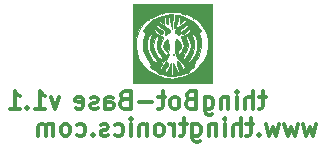
<source format=gbr>
G04 #@! TF.FileFunction,Legend,Bot*
%FSLAX46Y46*%
G04 Gerber Fmt 4.6, Leading zero omitted, Abs format (unit mm)*
G04 Created by KiCad (PCBNEW 4.0.4-stable) date 01/27/17 12:31:46*
%MOMM*%
%LPD*%
G01*
G04 APERTURE LIST*
%ADD10C,0.100000*%
%ADD11C,0.300000*%
%ADD12C,0.010000*%
G04 APERTURE END LIST*
D10*
D11*
X139482856Y-103178571D02*
X139125713Y-104178571D01*
X138768571Y-103178571D01*
X137411428Y-104178571D02*
X138268571Y-104178571D01*
X137839999Y-104178571D02*
X137839999Y-102678571D01*
X137982856Y-102892857D01*
X138125714Y-103035714D01*
X138268571Y-103107143D01*
X136768571Y-104035714D02*
X136697143Y-104107143D01*
X136768571Y-104178571D01*
X136840000Y-104107143D01*
X136768571Y-104035714D01*
X136768571Y-104178571D01*
X135268571Y-104178571D02*
X136125714Y-104178571D01*
X135697142Y-104178571D02*
X135697142Y-102678571D01*
X135839999Y-102892857D01*
X135982857Y-103035714D01*
X136125714Y-103107143D01*
X161257144Y-105478571D02*
X160971430Y-106478571D01*
X160685716Y-105764286D01*
X160400001Y-106478571D01*
X160114287Y-105478571D01*
X159685715Y-105478571D02*
X159400001Y-106478571D01*
X159114287Y-105764286D01*
X158828572Y-106478571D01*
X158542858Y-105478571D01*
X158114286Y-105478571D02*
X157828572Y-106478571D01*
X157542858Y-105764286D01*
X157257143Y-106478571D01*
X156971429Y-105478571D01*
X156400000Y-106335714D02*
X156328572Y-106407143D01*
X156400000Y-106478571D01*
X156471429Y-106407143D01*
X156400000Y-106335714D01*
X156400000Y-106478571D01*
X155900000Y-105478571D02*
X155328571Y-105478571D01*
X155685714Y-104978571D02*
X155685714Y-106264286D01*
X155614286Y-106407143D01*
X155471428Y-106478571D01*
X155328571Y-106478571D01*
X154828571Y-106478571D02*
X154828571Y-104978571D01*
X154185714Y-106478571D02*
X154185714Y-105692857D01*
X154257143Y-105550000D01*
X154400000Y-105478571D01*
X154614285Y-105478571D01*
X154757143Y-105550000D01*
X154828571Y-105621429D01*
X153471428Y-106478571D02*
X153471428Y-105478571D01*
X153471428Y-104978571D02*
X153542857Y-105050000D01*
X153471428Y-105121429D01*
X153400000Y-105050000D01*
X153471428Y-104978571D01*
X153471428Y-105121429D01*
X152757142Y-105478571D02*
X152757142Y-106478571D01*
X152757142Y-105621429D02*
X152685714Y-105550000D01*
X152542856Y-105478571D01*
X152328571Y-105478571D01*
X152185714Y-105550000D01*
X152114285Y-105692857D01*
X152114285Y-106478571D01*
X150757142Y-105478571D02*
X150757142Y-106692857D01*
X150828571Y-106835714D01*
X150899999Y-106907143D01*
X151042856Y-106978571D01*
X151257142Y-106978571D01*
X151399999Y-106907143D01*
X150757142Y-106407143D02*
X150899999Y-106478571D01*
X151185713Y-106478571D01*
X151328571Y-106407143D01*
X151399999Y-106335714D01*
X151471428Y-106192857D01*
X151471428Y-105764286D01*
X151399999Y-105621429D01*
X151328571Y-105550000D01*
X151185713Y-105478571D01*
X150899999Y-105478571D01*
X150757142Y-105550000D01*
X150257142Y-105478571D02*
X149685713Y-105478571D01*
X150042856Y-104978571D02*
X150042856Y-106264286D01*
X149971428Y-106407143D01*
X149828570Y-106478571D01*
X149685713Y-106478571D01*
X149185713Y-106478571D02*
X149185713Y-105478571D01*
X149185713Y-105764286D02*
X149114285Y-105621429D01*
X149042856Y-105550000D01*
X148899999Y-105478571D01*
X148757142Y-105478571D01*
X148042856Y-106478571D02*
X148185714Y-106407143D01*
X148257142Y-106335714D01*
X148328571Y-106192857D01*
X148328571Y-105764286D01*
X148257142Y-105621429D01*
X148185714Y-105550000D01*
X148042856Y-105478571D01*
X147828571Y-105478571D01*
X147685714Y-105550000D01*
X147614285Y-105621429D01*
X147542856Y-105764286D01*
X147542856Y-106192857D01*
X147614285Y-106335714D01*
X147685714Y-106407143D01*
X147828571Y-106478571D01*
X148042856Y-106478571D01*
X146899999Y-105478571D02*
X146899999Y-106478571D01*
X146899999Y-105621429D02*
X146828571Y-105550000D01*
X146685713Y-105478571D01*
X146471428Y-105478571D01*
X146328571Y-105550000D01*
X146257142Y-105692857D01*
X146257142Y-106478571D01*
X145542856Y-106478571D02*
X145542856Y-105478571D01*
X145542856Y-104978571D02*
X145614285Y-105050000D01*
X145542856Y-105121429D01*
X145471428Y-105050000D01*
X145542856Y-104978571D01*
X145542856Y-105121429D01*
X144185713Y-106407143D02*
X144328570Y-106478571D01*
X144614284Y-106478571D01*
X144757142Y-106407143D01*
X144828570Y-106335714D01*
X144899999Y-106192857D01*
X144899999Y-105764286D01*
X144828570Y-105621429D01*
X144757142Y-105550000D01*
X144614284Y-105478571D01*
X144328570Y-105478571D01*
X144185713Y-105550000D01*
X143614285Y-106407143D02*
X143471428Y-106478571D01*
X143185713Y-106478571D01*
X143042856Y-106407143D01*
X142971428Y-106264286D01*
X142971428Y-106192857D01*
X143042856Y-106050000D01*
X143185713Y-105978571D01*
X143399999Y-105978571D01*
X143542856Y-105907143D01*
X143614285Y-105764286D01*
X143614285Y-105692857D01*
X143542856Y-105550000D01*
X143399999Y-105478571D01*
X143185713Y-105478571D01*
X143042856Y-105550000D01*
X142328570Y-106335714D02*
X142257142Y-106407143D01*
X142328570Y-106478571D01*
X142399999Y-106407143D01*
X142328570Y-106335714D01*
X142328570Y-106478571D01*
X140971427Y-106407143D02*
X141114284Y-106478571D01*
X141399998Y-106478571D01*
X141542856Y-106407143D01*
X141614284Y-106335714D01*
X141685713Y-106192857D01*
X141685713Y-105764286D01*
X141614284Y-105621429D01*
X141542856Y-105550000D01*
X141399998Y-105478571D01*
X141114284Y-105478571D01*
X140971427Y-105550000D01*
X140114284Y-106478571D02*
X140257142Y-106407143D01*
X140328570Y-106335714D01*
X140399999Y-106192857D01*
X140399999Y-105764286D01*
X140328570Y-105621429D01*
X140257142Y-105550000D01*
X140114284Y-105478571D01*
X139899999Y-105478571D01*
X139757142Y-105550000D01*
X139685713Y-105621429D01*
X139614284Y-105764286D01*
X139614284Y-106192857D01*
X139685713Y-106335714D01*
X139757142Y-106407143D01*
X139899999Y-106478571D01*
X140114284Y-106478571D01*
X138971427Y-106478571D02*
X138971427Y-105478571D01*
X138971427Y-105621429D02*
X138899999Y-105550000D01*
X138757141Y-105478571D01*
X138542856Y-105478571D01*
X138399999Y-105550000D01*
X138328570Y-105692857D01*
X138328570Y-106478571D01*
X138328570Y-105692857D02*
X138257141Y-105550000D01*
X138114284Y-105478571D01*
X137899999Y-105478571D01*
X137757141Y-105550000D01*
X137685713Y-105692857D01*
X137685713Y-106478571D01*
X156942858Y-103178571D02*
X156371429Y-103178571D01*
X156728572Y-102678571D02*
X156728572Y-103964286D01*
X156657144Y-104107143D01*
X156514286Y-104178571D01*
X156371429Y-104178571D01*
X155871429Y-104178571D02*
X155871429Y-102678571D01*
X155228572Y-104178571D02*
X155228572Y-103392857D01*
X155300001Y-103250000D01*
X155442858Y-103178571D01*
X155657143Y-103178571D01*
X155800001Y-103250000D01*
X155871429Y-103321429D01*
X154514286Y-104178571D02*
X154514286Y-103178571D01*
X154514286Y-102678571D02*
X154585715Y-102750000D01*
X154514286Y-102821429D01*
X154442858Y-102750000D01*
X154514286Y-102678571D01*
X154514286Y-102821429D01*
X153800000Y-103178571D02*
X153800000Y-104178571D01*
X153800000Y-103321429D02*
X153728572Y-103250000D01*
X153585714Y-103178571D01*
X153371429Y-103178571D01*
X153228572Y-103250000D01*
X153157143Y-103392857D01*
X153157143Y-104178571D01*
X151800000Y-103178571D02*
X151800000Y-104392857D01*
X151871429Y-104535714D01*
X151942857Y-104607143D01*
X152085714Y-104678571D01*
X152300000Y-104678571D01*
X152442857Y-104607143D01*
X151800000Y-104107143D02*
X151942857Y-104178571D01*
X152228571Y-104178571D01*
X152371429Y-104107143D01*
X152442857Y-104035714D01*
X152514286Y-103892857D01*
X152514286Y-103464286D01*
X152442857Y-103321429D01*
X152371429Y-103250000D01*
X152228571Y-103178571D01*
X151942857Y-103178571D01*
X151800000Y-103250000D01*
X150585714Y-103392857D02*
X150371428Y-103464286D01*
X150300000Y-103535714D01*
X150228571Y-103678571D01*
X150228571Y-103892857D01*
X150300000Y-104035714D01*
X150371428Y-104107143D01*
X150514286Y-104178571D01*
X151085714Y-104178571D01*
X151085714Y-102678571D01*
X150585714Y-102678571D01*
X150442857Y-102750000D01*
X150371428Y-102821429D01*
X150300000Y-102964286D01*
X150300000Y-103107143D01*
X150371428Y-103250000D01*
X150442857Y-103321429D01*
X150585714Y-103392857D01*
X151085714Y-103392857D01*
X149371428Y-104178571D02*
X149514286Y-104107143D01*
X149585714Y-104035714D01*
X149657143Y-103892857D01*
X149657143Y-103464286D01*
X149585714Y-103321429D01*
X149514286Y-103250000D01*
X149371428Y-103178571D01*
X149157143Y-103178571D01*
X149014286Y-103250000D01*
X148942857Y-103321429D01*
X148871428Y-103464286D01*
X148871428Y-103892857D01*
X148942857Y-104035714D01*
X149014286Y-104107143D01*
X149157143Y-104178571D01*
X149371428Y-104178571D01*
X148442857Y-103178571D02*
X147871428Y-103178571D01*
X148228571Y-102678571D02*
X148228571Y-103964286D01*
X148157143Y-104107143D01*
X148014285Y-104178571D01*
X147871428Y-104178571D01*
X147371428Y-103607143D02*
X146228571Y-103607143D01*
X145014285Y-103392857D02*
X144799999Y-103464286D01*
X144728571Y-103535714D01*
X144657142Y-103678571D01*
X144657142Y-103892857D01*
X144728571Y-104035714D01*
X144799999Y-104107143D01*
X144942857Y-104178571D01*
X145514285Y-104178571D01*
X145514285Y-102678571D01*
X145014285Y-102678571D01*
X144871428Y-102750000D01*
X144799999Y-102821429D01*
X144728571Y-102964286D01*
X144728571Y-103107143D01*
X144799999Y-103250000D01*
X144871428Y-103321429D01*
X145014285Y-103392857D01*
X145514285Y-103392857D01*
X143371428Y-104178571D02*
X143371428Y-103392857D01*
X143442857Y-103250000D01*
X143585714Y-103178571D01*
X143871428Y-103178571D01*
X144014285Y-103250000D01*
X143371428Y-104107143D02*
X143514285Y-104178571D01*
X143871428Y-104178571D01*
X144014285Y-104107143D01*
X144085714Y-103964286D01*
X144085714Y-103821429D01*
X144014285Y-103678571D01*
X143871428Y-103607143D01*
X143514285Y-103607143D01*
X143371428Y-103535714D01*
X142728571Y-104107143D02*
X142585714Y-104178571D01*
X142299999Y-104178571D01*
X142157142Y-104107143D01*
X142085714Y-103964286D01*
X142085714Y-103892857D01*
X142157142Y-103750000D01*
X142299999Y-103678571D01*
X142514285Y-103678571D01*
X142657142Y-103607143D01*
X142728571Y-103464286D01*
X142728571Y-103392857D01*
X142657142Y-103250000D01*
X142514285Y-103178571D01*
X142299999Y-103178571D01*
X142157142Y-103250000D01*
X140871428Y-104107143D02*
X141014285Y-104178571D01*
X141299999Y-104178571D01*
X141442856Y-104107143D01*
X141514285Y-103964286D01*
X141514285Y-103392857D01*
X141442856Y-103250000D01*
X141299999Y-103178571D01*
X141014285Y-103178571D01*
X140871428Y-103250000D01*
X140799999Y-103392857D01*
X140799999Y-103535714D01*
X141514285Y-103678571D01*
D12*
G36*
X145713334Y-101986666D02*
X152402000Y-101986666D01*
X152402000Y-98895377D01*
X152050585Y-98895377D01*
X152049588Y-98913193D01*
X151949243Y-99531690D01*
X151714763Y-100079418D01*
X151330434Y-100590246D01*
X151216497Y-100708773D01*
X150781037Y-101082178D01*
X150317945Y-101339298D01*
X149762697Y-101514944D01*
X149692667Y-101530909D01*
X149321596Y-101605236D01*
X149040089Y-101634462D01*
X148774839Y-101619830D01*
X148452544Y-101562581D01*
X148405668Y-101552719D01*
X147713910Y-101332469D01*
X147117780Y-100994316D01*
X146631151Y-100553919D01*
X146267897Y-100026940D01*
X146041888Y-99429040D01*
X145966915Y-98799562D01*
X145994741Y-98364907D01*
X146069217Y-97956570D01*
X146114945Y-97804861D01*
X146231922Y-97552699D01*
X146398476Y-97282275D01*
X146586902Y-97028423D01*
X146769493Y-96825980D01*
X146918546Y-96709779D01*
X146992940Y-96700937D01*
X147050608Y-96684245D01*
X147048932Y-96637793D01*
X147096296Y-96542184D01*
X147167858Y-96524586D01*
X147331874Y-96482406D01*
X147379525Y-96447512D01*
X147389600Y-96410890D01*
X147343167Y-96432422D01*
X147249083Y-96461779D01*
X147237334Y-96447717D01*
X147310420Y-96363296D01*
X147490810Y-96266066D01*
X147720204Y-96178550D01*
X147940299Y-96123272D01*
X148084738Y-96120327D01*
X148217768Y-96132893D01*
X148229306Y-96089619D01*
X148284389Y-96051440D01*
X148491832Y-96024301D01*
X148834919Y-96009850D01*
X149057667Y-96007897D01*
X149463735Y-96015213D01*
X149742716Y-96036062D01*
X149877895Y-96068794D01*
X149886028Y-96089619D01*
X149909719Y-96136648D01*
X150018211Y-96123566D01*
X150145605Y-96114291D01*
X150144562Y-96166950D01*
X150149880Y-96222302D01*
X150229111Y-96204045D01*
X150346257Y-96197909D01*
X150370000Y-96236987D01*
X150422028Y-96285075D01*
X150454667Y-96271666D01*
X150532561Y-96281188D01*
X150539334Y-96313999D01*
X150586945Y-96372795D01*
X150613915Y-96362566D01*
X150728828Y-96381832D01*
X150917747Y-96502700D01*
X151146776Y-96696269D01*
X151382016Y-96933638D01*
X151589572Y-97185909D01*
X151605431Y-97207926D01*
X151884307Y-97709959D01*
X152029346Y-98259599D01*
X152050585Y-98895377D01*
X152402000Y-98895377D01*
X152402000Y-95298000D01*
X145713334Y-95298000D01*
X145713334Y-101986666D01*
X145713334Y-101986666D01*
G37*
X145713334Y-101986666D02*
X152402000Y-101986666D01*
X152402000Y-98895377D01*
X152050585Y-98895377D01*
X152049588Y-98913193D01*
X151949243Y-99531690D01*
X151714763Y-100079418D01*
X151330434Y-100590246D01*
X151216497Y-100708773D01*
X150781037Y-101082178D01*
X150317945Y-101339298D01*
X149762697Y-101514944D01*
X149692667Y-101530909D01*
X149321596Y-101605236D01*
X149040089Y-101634462D01*
X148774839Y-101619830D01*
X148452544Y-101562581D01*
X148405668Y-101552719D01*
X147713910Y-101332469D01*
X147117780Y-100994316D01*
X146631151Y-100553919D01*
X146267897Y-100026940D01*
X146041888Y-99429040D01*
X145966915Y-98799562D01*
X145994741Y-98364907D01*
X146069217Y-97956570D01*
X146114945Y-97804861D01*
X146231922Y-97552699D01*
X146398476Y-97282275D01*
X146586902Y-97028423D01*
X146769493Y-96825980D01*
X146918546Y-96709779D01*
X146992940Y-96700937D01*
X147050608Y-96684245D01*
X147048932Y-96637793D01*
X147096296Y-96542184D01*
X147167858Y-96524586D01*
X147331874Y-96482406D01*
X147379525Y-96447512D01*
X147389600Y-96410890D01*
X147343167Y-96432422D01*
X147249083Y-96461779D01*
X147237334Y-96447717D01*
X147310420Y-96363296D01*
X147490810Y-96266066D01*
X147720204Y-96178550D01*
X147940299Y-96123272D01*
X148084738Y-96120327D01*
X148217768Y-96132893D01*
X148229306Y-96089619D01*
X148284389Y-96051440D01*
X148491832Y-96024301D01*
X148834919Y-96009850D01*
X149057667Y-96007897D01*
X149463735Y-96015213D01*
X149742716Y-96036062D01*
X149877895Y-96068794D01*
X149886028Y-96089619D01*
X149909719Y-96136648D01*
X150018211Y-96123566D01*
X150145605Y-96114291D01*
X150144562Y-96166950D01*
X150149880Y-96222302D01*
X150229111Y-96204045D01*
X150346257Y-96197909D01*
X150370000Y-96236987D01*
X150422028Y-96285075D01*
X150454667Y-96271666D01*
X150532561Y-96281188D01*
X150539334Y-96313999D01*
X150586945Y-96372795D01*
X150613915Y-96362566D01*
X150728828Y-96381832D01*
X150917747Y-96502700D01*
X151146776Y-96696269D01*
X151382016Y-96933638D01*
X151589572Y-97185909D01*
X151605431Y-97207926D01*
X151884307Y-97709959D01*
X152029346Y-98259599D01*
X152050585Y-98895377D01*
X152402000Y-98895377D01*
X152402000Y-95298000D01*
X145713334Y-95298000D01*
X145713334Y-101986666D01*
G36*
X148848004Y-96184539D02*
X148616383Y-96218853D01*
X147941537Y-96396516D01*
X147360866Y-96703843D01*
X146949586Y-97047325D01*
X146698639Y-97322399D01*
X146576393Y-97522724D01*
X146586333Y-97640059D01*
X146687000Y-97668666D01*
X146771244Y-97669663D01*
X146801195Y-97700798D01*
X146777124Y-97804287D01*
X146699301Y-98022346D01*
X146689442Y-98049666D01*
X146565582Y-98625124D01*
X146609585Y-99200777D01*
X146821940Y-99779512D01*
X147045492Y-100151505D01*
X147176301Y-100363156D01*
X147204523Y-100485118D01*
X147156879Y-100544730D01*
X147130541Y-100615360D01*
X147236028Y-100728603D01*
X147416138Y-100855099D01*
X147639923Y-101008416D01*
X147803147Y-101135150D01*
X147849871Y-101181540D01*
X147906937Y-101216318D01*
X147913371Y-101193133D01*
X147964954Y-101172851D01*
X148023962Y-101209972D01*
X148179328Y-101285429D01*
X148408588Y-101345789D01*
X148426129Y-101348798D01*
X148697985Y-101395959D01*
X148934748Y-101440766D01*
X149115523Y-101455510D01*
X149203647Y-101431464D01*
X149316213Y-101389125D01*
X149524127Y-101353880D01*
X149564828Y-101349684D01*
X149805785Y-101303171D01*
X149891327Y-101267000D01*
X149777334Y-101267000D01*
X149735000Y-101309333D01*
X149692667Y-101267000D01*
X149735000Y-101224666D01*
X149777334Y-101267000D01*
X149891327Y-101267000D01*
X149984258Y-101227705D01*
X149996475Y-101218463D01*
X150120022Y-101154340D01*
X150167435Y-101163212D01*
X150256870Y-101149956D01*
X150368990Y-101069444D01*
X150553586Y-100916451D01*
X150750334Y-100770632D01*
X150900173Y-100631747D01*
X150892735Y-100528272D01*
X150890283Y-100525748D01*
X150870967Y-100403957D01*
X150985697Y-100199711D01*
X151007264Y-100170892D01*
X151184599Y-99899232D01*
X151335077Y-99607066D01*
X151341048Y-99592995D01*
X151428537Y-99256126D01*
X151465619Y-98833443D01*
X151463002Y-98757055D01*
X151162316Y-98757055D01*
X151147063Y-99111062D01*
X151082536Y-99436545D01*
X151011256Y-99616000D01*
X150821157Y-99929615D01*
X150632323Y-100146495D01*
X150468875Y-100241786D01*
X150408040Y-100237636D01*
X150365336Y-100171426D01*
X150425384Y-100026514D01*
X150544303Y-99849703D01*
X150806557Y-99391778D01*
X150918172Y-98931597D01*
X150912699Y-98855485D01*
X150624000Y-98855485D01*
X150565066Y-99178146D01*
X150410822Y-99530729D01*
X150219668Y-99806500D01*
X150069257Y-99938147D01*
X149954207Y-99929082D01*
X149922106Y-99901883D01*
X149934960Y-99808720D01*
X150031191Y-99640037D01*
X150076626Y-99577313D01*
X150288140Y-99197973D01*
X150337804Y-98808611D01*
X150260525Y-98453997D01*
X150186162Y-98193171D01*
X150193059Y-98053962D01*
X150283967Y-98007954D01*
X150303765Y-98007333D01*
X150390502Y-98081629D01*
X150485550Y-98268029D01*
X150568246Y-98511803D01*
X150617923Y-98758219D01*
X150624000Y-98855485D01*
X150912699Y-98855485D01*
X150882589Y-98436782D01*
X150743468Y-97975901D01*
X150747606Y-97858874D01*
X150816337Y-97838000D01*
X150955305Y-97914996D01*
X151062149Y-98119911D01*
X151132582Y-98413635D01*
X151162316Y-98757055D01*
X151463002Y-98757055D01*
X151450808Y-98401245D01*
X151382621Y-98035828D01*
X151371970Y-98003477D01*
X151317005Y-97798961D01*
X151342044Y-97703396D01*
X151371970Y-97687454D01*
X151455100Y-97628072D01*
X151441081Y-97520599D01*
X151319909Y-97342675D01*
X151110834Y-97103678D01*
X150857128Y-96870442D01*
X150552889Y-96655190D01*
X150227632Y-96470413D01*
X149910873Y-96328602D01*
X149632130Y-96242248D01*
X149420918Y-96223843D01*
X149306752Y-96285878D01*
X149294890Y-96335166D01*
X149284078Y-96471913D01*
X149258812Y-96717372D01*
X149232606Y-96949000D01*
X149207113Y-97226822D01*
X149215496Y-97351202D01*
X149258740Y-97334803D01*
X149262198Y-97330000D01*
X149341554Y-97144986D01*
X149352704Y-97065200D01*
X149414519Y-96898012D01*
X149482912Y-96820413D01*
X149570399Y-96654409D01*
X149561873Y-96556046D01*
X149564192Y-96425481D01*
X149644628Y-96398666D01*
X149738172Y-96401041D01*
X149768141Y-96440000D01*
X149742634Y-96563292D01*
X149698577Y-96716725D01*
X149667011Y-96922715D01*
X149714733Y-96990093D01*
X149821805Y-96907393D01*
X149881649Y-96821999D01*
X150000791Y-96698326D01*
X150125325Y-96650598D01*
X150197531Y-96696805D01*
X150200667Y-96722574D01*
X150136070Y-96843834D01*
X149983848Y-96991803D01*
X149806355Y-97114580D01*
X149674358Y-97160666D01*
X149545131Y-97226906D01*
X149396131Y-97390660D01*
X149366048Y-97435345D01*
X149258005Y-97615325D01*
X149240265Y-97704294D01*
X149311558Y-97753678D01*
X149357734Y-97771283D01*
X149492239Y-97859699D01*
X149523334Y-97924935D01*
X149575043Y-97978040D01*
X149608000Y-97965000D01*
X149669000Y-97850543D01*
X149692667Y-97663669D01*
X149718773Y-97487517D01*
X149781182Y-97414666D01*
X149895128Y-97359537D01*
X150059505Y-97224204D01*
X150086495Y-97197868D01*
X150240423Y-97069029D01*
X150344175Y-97027221D01*
X150354819Y-97032596D01*
X150362159Y-97142376D01*
X150259272Y-97292772D01*
X150081754Y-97438318D01*
X150002357Y-97482786D01*
X149840702Y-97599596D01*
X149777334Y-97715619D01*
X149836182Y-97819676D01*
X149979225Y-97829862D01*
X150156212Y-97755251D01*
X150305210Y-97620294D01*
X150458875Y-97475991D01*
X150561515Y-97487647D01*
X150564319Y-97590760D01*
X150460279Y-97732610D01*
X150293025Y-97874276D01*
X150106187Y-97976837D01*
X149981945Y-98004657D01*
X149801760Y-98033025D01*
X149754483Y-98127800D01*
X149832149Y-98314830D01*
X149867794Y-98375167D01*
X149978706Y-98610290D01*
X150030516Y-98824928D01*
X150031017Y-98840936D01*
X149983601Y-99067862D01*
X149866580Y-99313113D01*
X149718722Y-99506776D01*
X149626007Y-99571286D01*
X149472252Y-99593926D01*
X149437682Y-99517252D01*
X149528122Y-99367739D01*
X149571134Y-99321896D01*
X149745231Y-99048073D01*
X149760428Y-98757029D01*
X149616938Y-98483548D01*
X149565667Y-98430666D01*
X149422206Y-98307826D01*
X149345227Y-98264817D01*
X149342120Y-98267741D01*
X149331963Y-98364862D01*
X149317665Y-98580482D01*
X149305190Y-98811666D01*
X149311386Y-99294788D01*
X149376810Y-99687400D01*
X149494837Y-99963404D01*
X149628362Y-100085391D01*
X149814621Y-100225961D01*
X149897408Y-100335666D01*
X150001748Y-100494351D01*
X150063348Y-100559033D01*
X150093813Y-100660130D01*
X150029247Y-100768966D01*
X149948398Y-100801333D01*
X149880902Y-100728499D01*
X149820992Y-100553365D01*
X149820952Y-100553183D01*
X149742161Y-100345753D01*
X149627136Y-100190920D01*
X149513271Y-100131364D01*
X149468371Y-100150740D01*
X149415973Y-100302166D01*
X149433818Y-100516020D01*
X149508802Y-100707330D01*
X149563562Y-100767930D01*
X149657733Y-100888851D01*
X149653815Y-100965033D01*
X149546892Y-101049911D01*
X149455400Y-101015815D01*
X149438109Y-100949500D01*
X149392926Y-100813217D01*
X149282958Y-100618246D01*
X149263848Y-100589666D01*
X149090144Y-100335666D01*
X149116239Y-100794006D01*
X149115254Y-101107947D01*
X149066585Y-101266888D01*
X149036500Y-101287894D01*
X148972065Y-101254784D01*
X148936193Y-101088802D01*
X148924687Y-100829555D01*
X148918706Y-100335666D01*
X148758825Y-100695500D01*
X148646667Y-100908983D01*
X148545525Y-101037960D01*
X148510806Y-101055333D01*
X148429043Y-100998886D01*
X148464499Y-100841755D01*
X148583918Y-100643350D01*
X148686417Y-100465438D01*
X148679027Y-100336962D01*
X148638661Y-100271235D01*
X148547530Y-100172379D01*
X148464677Y-100205339D01*
X148401484Y-100272954D01*
X148281752Y-100462937D01*
X148240908Y-100582650D01*
X148175867Y-100723274D01*
X148080664Y-100783490D01*
X148009294Y-100741229D01*
X147999334Y-100681388D01*
X148039958Y-100564216D01*
X148078112Y-100547333D01*
X148149901Y-100475343D01*
X148183945Y-100356833D01*
X148277924Y-100174075D01*
X148301486Y-100156343D01*
X147745334Y-100156343D01*
X147685112Y-100211439D01*
X147548731Y-100191320D01*
X147402614Y-100112116D01*
X147350594Y-100060500D01*
X147063456Y-99574231D01*
X146914167Y-99037765D01*
X146910123Y-98492098D01*
X147000342Y-98119177D01*
X147097378Y-97937550D01*
X147204184Y-97842588D01*
X147284113Y-97846002D01*
X147300520Y-97959500D01*
X147284142Y-98028500D01*
X147167532Y-98615826D01*
X147185896Y-99142847D01*
X147337014Y-99590765D01*
X147495510Y-99819487D01*
X147646416Y-100002055D01*
X147735300Y-100130262D01*
X147745334Y-100156343D01*
X148301486Y-100156343D01*
X148396289Y-100085000D01*
X148562111Y-99969133D01*
X148629177Y-99873333D01*
X148642967Y-99838461D01*
X148225524Y-99838461D01*
X148211000Y-99870000D01*
X148102795Y-99948958D01*
X147949697Y-99886299D01*
X147783532Y-99730536D01*
X147542184Y-99351425D01*
X147451551Y-98909880D01*
X147511261Y-98448828D01*
X147608387Y-98191843D01*
X147712630Y-98060255D01*
X147748167Y-98049666D01*
X147840209Y-98115290D01*
X147842249Y-98219000D01*
X147775210Y-98671009D01*
X147762749Y-99002804D01*
X147807607Y-99255372D01*
X147912528Y-99469704D01*
X147927417Y-99492064D01*
X148066070Y-99673845D01*
X148173115Y-99776397D01*
X148194831Y-99784754D01*
X148225524Y-99838461D01*
X148642967Y-99838461D01*
X148708593Y-99672519D01*
X148732824Y-99616000D01*
X148755302Y-99534471D01*
X148679800Y-99579139D01*
X148662459Y-99593285D01*
X148556024Y-99640859D01*
X148434980Y-99580945D01*
X148316063Y-99466285D01*
X148091512Y-99153095D01*
X148030657Y-98845662D01*
X148130113Y-98522220D01*
X148160712Y-98467469D01*
X148278697Y-98217568D01*
X148270429Y-98069672D01*
X148133280Y-98010068D01*
X148072491Y-98007333D01*
X147923501Y-97959518D01*
X147749529Y-97842045D01*
X147591428Y-97693874D01*
X147490052Y-97553963D01*
X147486255Y-97461272D01*
X147493796Y-97455478D01*
X147600457Y-97476766D01*
X147741161Y-97602310D01*
X147754878Y-97619236D01*
X147931711Y-97780031D01*
X148101107Y-97836163D01*
X148221067Y-97783467D01*
X148253334Y-97668666D01*
X148192620Y-97525925D01*
X148097123Y-97499333D01*
X147937621Y-97443405D01*
X147771444Y-97314868D01*
X147668702Y-97172597D01*
X147660667Y-97132833D01*
X147729606Y-97082327D01*
X147787667Y-97076000D01*
X147900302Y-97124046D01*
X147914667Y-97165070D01*
X147986049Y-97251707D01*
X148158818Y-97339186D01*
X148168667Y-97342686D01*
X148343221Y-97430527D01*
X148416981Y-97571491D01*
X148432489Y-97740449D01*
X148447135Y-97900796D01*
X148471864Y-97927263D01*
X148481030Y-97901500D01*
X148586273Y-97779519D01*
X148688764Y-97753333D01*
X148815755Y-97710560D01*
X148830722Y-97563742D01*
X148737974Y-97397231D01*
X148497885Y-97231875D01*
X148398637Y-97182205D01*
X148108634Y-97014320D01*
X147944481Y-96852039D01*
X147921967Y-96713142D01*
X147948488Y-96675289D01*
X148029787Y-96694345D01*
X148133082Y-96805941D01*
X148273108Y-96962609D01*
X148355001Y-96969982D01*
X148361238Y-96833336D01*
X148339828Y-96743706D01*
X148303971Y-96554410D01*
X148317516Y-96447373D01*
X148428283Y-96399939D01*
X148494624Y-96504754D01*
X148507334Y-96642299D01*
X148545493Y-96853700D01*
X148624149Y-96982881D01*
X148692664Y-97016207D01*
X148716148Y-96942388D01*
X148701828Y-96733369D01*
X148697805Y-96696914D01*
X148683260Y-96432955D01*
X148707807Y-96317609D01*
X148757949Y-96338529D01*
X148820188Y-96483367D01*
X148881026Y-96739777D01*
X148903973Y-96885499D01*
X148981746Y-97457000D01*
X149065667Y-96822000D01*
X149104030Y-96515519D01*
X149129094Y-96283003D01*
X149136323Y-96167403D01*
X149135356Y-96162283D01*
X149051541Y-96161546D01*
X148848004Y-96184539D01*
X148848004Y-96184539D01*
G37*
X148848004Y-96184539D02*
X148616383Y-96218853D01*
X147941537Y-96396516D01*
X147360866Y-96703843D01*
X146949586Y-97047325D01*
X146698639Y-97322399D01*
X146576393Y-97522724D01*
X146586333Y-97640059D01*
X146687000Y-97668666D01*
X146771244Y-97669663D01*
X146801195Y-97700798D01*
X146777124Y-97804287D01*
X146699301Y-98022346D01*
X146689442Y-98049666D01*
X146565582Y-98625124D01*
X146609585Y-99200777D01*
X146821940Y-99779512D01*
X147045492Y-100151505D01*
X147176301Y-100363156D01*
X147204523Y-100485118D01*
X147156879Y-100544730D01*
X147130541Y-100615360D01*
X147236028Y-100728603D01*
X147416138Y-100855099D01*
X147639923Y-101008416D01*
X147803147Y-101135150D01*
X147849871Y-101181540D01*
X147906937Y-101216318D01*
X147913371Y-101193133D01*
X147964954Y-101172851D01*
X148023962Y-101209972D01*
X148179328Y-101285429D01*
X148408588Y-101345789D01*
X148426129Y-101348798D01*
X148697985Y-101395959D01*
X148934748Y-101440766D01*
X149115523Y-101455510D01*
X149203647Y-101431464D01*
X149316213Y-101389125D01*
X149524127Y-101353880D01*
X149564828Y-101349684D01*
X149805785Y-101303171D01*
X149891327Y-101267000D01*
X149777334Y-101267000D01*
X149735000Y-101309333D01*
X149692667Y-101267000D01*
X149735000Y-101224666D01*
X149777334Y-101267000D01*
X149891327Y-101267000D01*
X149984258Y-101227705D01*
X149996475Y-101218463D01*
X150120022Y-101154340D01*
X150167435Y-101163212D01*
X150256870Y-101149956D01*
X150368990Y-101069444D01*
X150553586Y-100916451D01*
X150750334Y-100770632D01*
X150900173Y-100631747D01*
X150892735Y-100528272D01*
X150890283Y-100525748D01*
X150870967Y-100403957D01*
X150985697Y-100199711D01*
X151007264Y-100170892D01*
X151184599Y-99899232D01*
X151335077Y-99607066D01*
X151341048Y-99592995D01*
X151428537Y-99256126D01*
X151465619Y-98833443D01*
X151463002Y-98757055D01*
X151162316Y-98757055D01*
X151147063Y-99111062D01*
X151082536Y-99436545D01*
X151011256Y-99616000D01*
X150821157Y-99929615D01*
X150632323Y-100146495D01*
X150468875Y-100241786D01*
X150408040Y-100237636D01*
X150365336Y-100171426D01*
X150425384Y-100026514D01*
X150544303Y-99849703D01*
X150806557Y-99391778D01*
X150918172Y-98931597D01*
X150912699Y-98855485D01*
X150624000Y-98855485D01*
X150565066Y-99178146D01*
X150410822Y-99530729D01*
X150219668Y-99806500D01*
X150069257Y-99938147D01*
X149954207Y-99929082D01*
X149922106Y-99901883D01*
X149934960Y-99808720D01*
X150031191Y-99640037D01*
X150076626Y-99577313D01*
X150288140Y-99197973D01*
X150337804Y-98808611D01*
X150260525Y-98453997D01*
X150186162Y-98193171D01*
X150193059Y-98053962D01*
X150283967Y-98007954D01*
X150303765Y-98007333D01*
X150390502Y-98081629D01*
X150485550Y-98268029D01*
X150568246Y-98511803D01*
X150617923Y-98758219D01*
X150624000Y-98855485D01*
X150912699Y-98855485D01*
X150882589Y-98436782D01*
X150743468Y-97975901D01*
X150747606Y-97858874D01*
X150816337Y-97838000D01*
X150955305Y-97914996D01*
X151062149Y-98119911D01*
X151132582Y-98413635D01*
X151162316Y-98757055D01*
X151463002Y-98757055D01*
X151450808Y-98401245D01*
X151382621Y-98035828D01*
X151371970Y-98003477D01*
X151317005Y-97798961D01*
X151342044Y-97703396D01*
X151371970Y-97687454D01*
X151455100Y-97628072D01*
X151441081Y-97520599D01*
X151319909Y-97342675D01*
X151110834Y-97103678D01*
X150857128Y-96870442D01*
X150552889Y-96655190D01*
X150227632Y-96470413D01*
X149910873Y-96328602D01*
X149632130Y-96242248D01*
X149420918Y-96223843D01*
X149306752Y-96285878D01*
X149294890Y-96335166D01*
X149284078Y-96471913D01*
X149258812Y-96717372D01*
X149232606Y-96949000D01*
X149207113Y-97226822D01*
X149215496Y-97351202D01*
X149258740Y-97334803D01*
X149262198Y-97330000D01*
X149341554Y-97144986D01*
X149352704Y-97065200D01*
X149414519Y-96898012D01*
X149482912Y-96820413D01*
X149570399Y-96654409D01*
X149561873Y-96556046D01*
X149564192Y-96425481D01*
X149644628Y-96398666D01*
X149738172Y-96401041D01*
X149768141Y-96440000D01*
X149742634Y-96563292D01*
X149698577Y-96716725D01*
X149667011Y-96922715D01*
X149714733Y-96990093D01*
X149821805Y-96907393D01*
X149881649Y-96821999D01*
X150000791Y-96698326D01*
X150125325Y-96650598D01*
X150197531Y-96696805D01*
X150200667Y-96722574D01*
X150136070Y-96843834D01*
X149983848Y-96991803D01*
X149806355Y-97114580D01*
X149674358Y-97160666D01*
X149545131Y-97226906D01*
X149396131Y-97390660D01*
X149366048Y-97435345D01*
X149258005Y-97615325D01*
X149240265Y-97704294D01*
X149311558Y-97753678D01*
X149357734Y-97771283D01*
X149492239Y-97859699D01*
X149523334Y-97924935D01*
X149575043Y-97978040D01*
X149608000Y-97965000D01*
X149669000Y-97850543D01*
X149692667Y-97663669D01*
X149718773Y-97487517D01*
X149781182Y-97414666D01*
X149895128Y-97359537D01*
X150059505Y-97224204D01*
X150086495Y-97197868D01*
X150240423Y-97069029D01*
X150344175Y-97027221D01*
X150354819Y-97032596D01*
X150362159Y-97142376D01*
X150259272Y-97292772D01*
X150081754Y-97438318D01*
X150002357Y-97482786D01*
X149840702Y-97599596D01*
X149777334Y-97715619D01*
X149836182Y-97819676D01*
X149979225Y-97829862D01*
X150156212Y-97755251D01*
X150305210Y-97620294D01*
X150458875Y-97475991D01*
X150561515Y-97487647D01*
X150564319Y-97590760D01*
X150460279Y-97732610D01*
X150293025Y-97874276D01*
X150106187Y-97976837D01*
X149981945Y-98004657D01*
X149801760Y-98033025D01*
X149754483Y-98127800D01*
X149832149Y-98314830D01*
X149867794Y-98375167D01*
X149978706Y-98610290D01*
X150030516Y-98824928D01*
X150031017Y-98840936D01*
X149983601Y-99067862D01*
X149866580Y-99313113D01*
X149718722Y-99506776D01*
X149626007Y-99571286D01*
X149472252Y-99593926D01*
X149437682Y-99517252D01*
X149528122Y-99367739D01*
X149571134Y-99321896D01*
X149745231Y-99048073D01*
X149760428Y-98757029D01*
X149616938Y-98483548D01*
X149565667Y-98430666D01*
X149422206Y-98307826D01*
X149345227Y-98264817D01*
X149342120Y-98267741D01*
X149331963Y-98364862D01*
X149317665Y-98580482D01*
X149305190Y-98811666D01*
X149311386Y-99294788D01*
X149376810Y-99687400D01*
X149494837Y-99963404D01*
X149628362Y-100085391D01*
X149814621Y-100225961D01*
X149897408Y-100335666D01*
X150001748Y-100494351D01*
X150063348Y-100559033D01*
X150093813Y-100660130D01*
X150029247Y-100768966D01*
X149948398Y-100801333D01*
X149880902Y-100728499D01*
X149820992Y-100553365D01*
X149820952Y-100553183D01*
X149742161Y-100345753D01*
X149627136Y-100190920D01*
X149513271Y-100131364D01*
X149468371Y-100150740D01*
X149415973Y-100302166D01*
X149433818Y-100516020D01*
X149508802Y-100707330D01*
X149563562Y-100767930D01*
X149657733Y-100888851D01*
X149653815Y-100965033D01*
X149546892Y-101049911D01*
X149455400Y-101015815D01*
X149438109Y-100949500D01*
X149392926Y-100813217D01*
X149282958Y-100618246D01*
X149263848Y-100589666D01*
X149090144Y-100335666D01*
X149116239Y-100794006D01*
X149115254Y-101107947D01*
X149066585Y-101266888D01*
X149036500Y-101287894D01*
X148972065Y-101254784D01*
X148936193Y-101088802D01*
X148924687Y-100829555D01*
X148918706Y-100335666D01*
X148758825Y-100695500D01*
X148646667Y-100908983D01*
X148545525Y-101037960D01*
X148510806Y-101055333D01*
X148429043Y-100998886D01*
X148464499Y-100841755D01*
X148583918Y-100643350D01*
X148686417Y-100465438D01*
X148679027Y-100336962D01*
X148638661Y-100271235D01*
X148547530Y-100172379D01*
X148464677Y-100205339D01*
X148401484Y-100272954D01*
X148281752Y-100462937D01*
X148240908Y-100582650D01*
X148175867Y-100723274D01*
X148080664Y-100783490D01*
X148009294Y-100741229D01*
X147999334Y-100681388D01*
X148039958Y-100564216D01*
X148078112Y-100547333D01*
X148149901Y-100475343D01*
X148183945Y-100356833D01*
X148277924Y-100174075D01*
X148301486Y-100156343D01*
X147745334Y-100156343D01*
X147685112Y-100211439D01*
X147548731Y-100191320D01*
X147402614Y-100112116D01*
X147350594Y-100060500D01*
X147063456Y-99574231D01*
X146914167Y-99037765D01*
X146910123Y-98492098D01*
X147000342Y-98119177D01*
X147097378Y-97937550D01*
X147204184Y-97842588D01*
X147284113Y-97846002D01*
X147300520Y-97959500D01*
X147284142Y-98028500D01*
X147167532Y-98615826D01*
X147185896Y-99142847D01*
X147337014Y-99590765D01*
X147495510Y-99819487D01*
X147646416Y-100002055D01*
X147735300Y-100130262D01*
X147745334Y-100156343D01*
X148301486Y-100156343D01*
X148396289Y-100085000D01*
X148562111Y-99969133D01*
X148629177Y-99873333D01*
X148642967Y-99838461D01*
X148225524Y-99838461D01*
X148211000Y-99870000D01*
X148102795Y-99948958D01*
X147949697Y-99886299D01*
X147783532Y-99730536D01*
X147542184Y-99351425D01*
X147451551Y-98909880D01*
X147511261Y-98448828D01*
X147608387Y-98191843D01*
X147712630Y-98060255D01*
X147748167Y-98049666D01*
X147840209Y-98115290D01*
X147842249Y-98219000D01*
X147775210Y-98671009D01*
X147762749Y-99002804D01*
X147807607Y-99255372D01*
X147912528Y-99469704D01*
X147927417Y-99492064D01*
X148066070Y-99673845D01*
X148173115Y-99776397D01*
X148194831Y-99784754D01*
X148225524Y-99838461D01*
X148642967Y-99838461D01*
X148708593Y-99672519D01*
X148732824Y-99616000D01*
X148755302Y-99534471D01*
X148679800Y-99579139D01*
X148662459Y-99593285D01*
X148556024Y-99640859D01*
X148434980Y-99580945D01*
X148316063Y-99466285D01*
X148091512Y-99153095D01*
X148030657Y-98845662D01*
X148130113Y-98522220D01*
X148160712Y-98467469D01*
X148278697Y-98217568D01*
X148270429Y-98069672D01*
X148133280Y-98010068D01*
X148072491Y-98007333D01*
X147923501Y-97959518D01*
X147749529Y-97842045D01*
X147591428Y-97693874D01*
X147490052Y-97553963D01*
X147486255Y-97461272D01*
X147493796Y-97455478D01*
X147600457Y-97476766D01*
X147741161Y-97602310D01*
X147754878Y-97619236D01*
X147931711Y-97780031D01*
X148101107Y-97836163D01*
X148221067Y-97783467D01*
X148253334Y-97668666D01*
X148192620Y-97525925D01*
X148097123Y-97499333D01*
X147937621Y-97443405D01*
X147771444Y-97314868D01*
X147668702Y-97172597D01*
X147660667Y-97132833D01*
X147729606Y-97082327D01*
X147787667Y-97076000D01*
X147900302Y-97124046D01*
X147914667Y-97165070D01*
X147986049Y-97251707D01*
X148158818Y-97339186D01*
X148168667Y-97342686D01*
X148343221Y-97430527D01*
X148416981Y-97571491D01*
X148432489Y-97740449D01*
X148447135Y-97900796D01*
X148471864Y-97927263D01*
X148481030Y-97901500D01*
X148586273Y-97779519D01*
X148688764Y-97753333D01*
X148815755Y-97710560D01*
X148830722Y-97563742D01*
X148737974Y-97397231D01*
X148497885Y-97231875D01*
X148398637Y-97182205D01*
X148108634Y-97014320D01*
X147944481Y-96852039D01*
X147921967Y-96713142D01*
X147948488Y-96675289D01*
X148029787Y-96694345D01*
X148133082Y-96805941D01*
X148273108Y-96962609D01*
X148355001Y-96969982D01*
X148361238Y-96833336D01*
X148339828Y-96743706D01*
X148303971Y-96554410D01*
X148317516Y-96447373D01*
X148428283Y-96399939D01*
X148494624Y-96504754D01*
X148507334Y-96642299D01*
X148545493Y-96853700D01*
X148624149Y-96982881D01*
X148692664Y-97016207D01*
X148716148Y-96942388D01*
X148701828Y-96733369D01*
X148697805Y-96696914D01*
X148683260Y-96432955D01*
X148707807Y-96317609D01*
X148757949Y-96338529D01*
X148820188Y-96483367D01*
X148881026Y-96739777D01*
X148903973Y-96885499D01*
X148981746Y-97457000D01*
X149065667Y-96822000D01*
X149104030Y-96515519D01*
X149129094Y-96283003D01*
X149136323Y-96167403D01*
X149135356Y-96162283D01*
X149051541Y-96161546D01*
X148848004Y-96184539D01*
G36*
X150370000Y-101097666D02*
X150412334Y-101140000D01*
X150454667Y-101097666D01*
X150412334Y-101055333D01*
X150370000Y-101097666D01*
X150370000Y-101097666D01*
G37*
X150370000Y-101097666D02*
X150412334Y-101140000D01*
X150454667Y-101097666D01*
X150412334Y-101055333D01*
X150370000Y-101097666D01*
G36*
X149128223Y-99559555D02*
X149118090Y-99660035D01*
X149128223Y-99672444D01*
X149178557Y-99660822D01*
X149184667Y-99616000D01*
X149153689Y-99546309D01*
X149128223Y-99559555D01*
X149128223Y-99559555D01*
G37*
X149128223Y-99559555D02*
X149118090Y-99660035D01*
X149128223Y-99672444D01*
X149178557Y-99660822D01*
X149184667Y-99616000D01*
X149153689Y-99546309D01*
X149128223Y-99559555D01*
G36*
X148517582Y-98328840D02*
X148402432Y-98481240D01*
X148304235Y-98686132D01*
X148254653Y-98888334D01*
X148253334Y-98919703D01*
X148307549Y-99066622D01*
X148435382Y-99244837D01*
X148584618Y-99392081D01*
X148695233Y-99446666D01*
X148718589Y-99369384D01*
X148731798Y-99166765D01*
X148732006Y-98882647D01*
X148731995Y-98882184D01*
X148709349Y-98548423D01*
X148662764Y-98341012D01*
X148618020Y-98284117D01*
X148517582Y-98328840D01*
X148517582Y-98328840D01*
G37*
X148517582Y-98328840D02*
X148402432Y-98481240D01*
X148304235Y-98686132D01*
X148254653Y-98888334D01*
X148253334Y-98919703D01*
X148307549Y-99066622D01*
X148435382Y-99244837D01*
X148584618Y-99392081D01*
X148695233Y-99446666D01*
X148718589Y-99369384D01*
X148731798Y-99166765D01*
X148732006Y-98882647D01*
X148731995Y-98882184D01*
X148709349Y-98548423D01*
X148662764Y-98341012D01*
X148618020Y-98284117D01*
X148517582Y-98328840D01*
G36*
X150793334Y-96525666D02*
X150835667Y-96568000D01*
X150878000Y-96525666D01*
X150835667Y-96483333D01*
X150793334Y-96525666D01*
X150793334Y-96525666D01*
G37*
X150793334Y-96525666D02*
X150835667Y-96568000D01*
X150878000Y-96525666D01*
X150835667Y-96483333D01*
X150793334Y-96525666D01*
G36*
X147491334Y-96356333D02*
X147533667Y-96398666D01*
X147576000Y-96356333D01*
X147533667Y-96314000D01*
X147491334Y-96356333D01*
X147491334Y-96356333D01*
G37*
X147491334Y-96356333D02*
X147533667Y-96398666D01*
X147576000Y-96356333D01*
X147533667Y-96314000D01*
X147491334Y-96356333D01*
G36*
X147660667Y-96271666D02*
X147703000Y-96314000D01*
X147745334Y-96271666D01*
X147703000Y-96229333D01*
X147660667Y-96271666D01*
X147660667Y-96271666D01*
G37*
X147660667Y-96271666D02*
X147703000Y-96314000D01*
X147745334Y-96271666D01*
X147703000Y-96229333D01*
X147660667Y-96271666D01*
G36*
X147830000Y-96187000D02*
X147872334Y-96229333D01*
X147914667Y-96187000D01*
X147872334Y-96144666D01*
X147830000Y-96187000D01*
X147830000Y-96187000D01*
G37*
X147830000Y-96187000D02*
X147872334Y-96229333D01*
X147914667Y-96187000D01*
X147872334Y-96144666D01*
X147830000Y-96187000D01*
M02*

</source>
